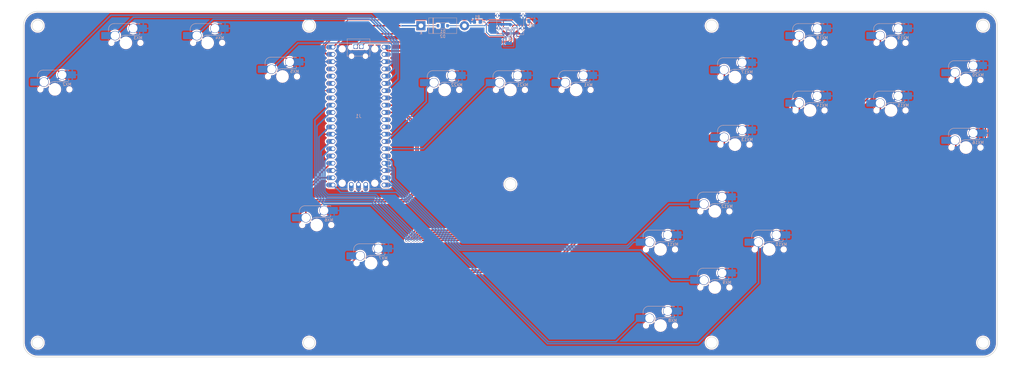
<source format=kicad_pcb>
(kicad_pcb (version 20221018) (generator pcbnew)
  (layers (0 "F.Cu" signal) (31 "B.Cu" signal) (34 "B.Paste" user) (35 "F.Paste" user) (36 "B.SilkS" user "B.Silkscreen") (37 "F.SilkS" user "F.Silkscreen") (38 "B.Mask" user) (39 "F.Mask" user) (44 "Edge.Cuts" user))
  (net 0 "")
  (net 1 "DATA")
  (net 6 "GND")
  (net 7 "START")
  (net 9 "RIGHT")
  (net 10 "DOWN")
  (net 11 "LEFT")
  (net 12 "L")
  (net 13 "MX")
  (net 14 "MY")
  (net 17 "CUP")
  (net 18 "CLEFT")
  (net 19 "A")
  (net 20 "CDOWN")
  (net 21 "CRIGHT")
  (net 22 "UP")
  (net 23 "MS")
  (net 24 "Z")
  (net 25 "LS")
  (net 26 "X")
  (net 27 "Y")
  (net 28 "B")
  (net 29 "R")
  (net 33 "D+")
  (net 34 "D-")
  (net 35 "+5V")
  (net 36 "+3V3")
  (net 38 "Net-(J2-CC1)")
  (net 42 "Net-(J2-CC2)")
  (net 45 "SELECT")
  (net 46 "HOME")
  (net 47 "3vCable")
  (footprint "PCM_marbastlib-mx:SW_MX_HS_1u" (layer "B.Cu") (at 205.459937 61.224229 180)
    (fp_text reference "MX21")
    (fp_text value "MX_SW_HS" hide)
  )
  (footprint "PCM_marbastlib-mx:SW_MX_HS_1u" (layer "B.Cu") (at 364.916338 81.39 180)
    (fp_text reference "MX16")
    (fp_text value "MX_SW_HS" hide)
  )
  (footprint "PCM_marbastlib-mx:SW_MX_HS_1u" (layer "B.Cu") (at 125.675055 56.519472 180)
    (fp_text reference "MX5")
    (fp_text value "MX_SW_HS" hide)
  )
  (footprint "PCM_marbastlib-mx:SW_MX_HS_1u" (layer "B.Cu") (at 258.002508 117.056459 180)
    (fp_text reference "MX11")
    (fp_text value "MX_SW_HS" hide)
  )
  (footprint "PCM_marbastlib-mx:SW_MX_HS_1u" (layer "B.Cu") (at 182.459937 61.224229 180)
    (fp_text reference "MX22")
    (fp_text value "MX_SW_HS" hide)
  )
  (footprint "PCM_marbastlib-mx:SW_MX_HS_1u" (layer "B.Cu") (at 364.916338 57.75 180)
    (fp_text reference "MX20")
    (fp_text value "MX_SW_HS" hide)
  )
  (footprint "PCM_marbastlib-mx:SW_MX_HS_1u" (layer "B.Cu") (at 258.002508 143.698459 180)
    (fp_text reference "MX8")
    (fp_text value "MX_SW_HS" hide)
  )
  (footprint "PCM_marbastlib-mx:SW_MX_HS_1u" (layer "B.Cu") (at 310.343507 44.75 180)
    (fp_text reference "MX18")
    (fp_text value "MX_SW_HS" hide)
  )
  (footprint "PCM_marbastlib-mx:SW_MX_HS_1u" (layer "B.Cu") (at 284.063308 56.737459 180)
    (fp_text reference "MX17")
    (fp_text value "MX_SW_HS" hide)
  )
  (footprint "LED_SMD:LED_0805_2012Metric_Pad1.15x1.40mm_HandSolder" (layer "B.Cu") (at 212.9725 37.07)
    (fp_text reference "R2")
    (fp_text value "5.1k")
  )
  (footprint "PCM_marbastlib-mx:SW_MX_HS_1u" (layer "B.Cu") (at 99.493268 44.75 180)
    (fp_text reference "MX4")
    (fp_text value "MX_SW_HS" hide)
  )
  (footprint "PCM_marbastlib-mx:SW_MX_HS_1u" (layer "B.Cu") (at 228.459937 61.224229 180)
    (fp_text reference "MX1")
    (fp_text value "MX_SW_HS" hide)
  )
  (footprint "LED_SMD:LED_0805_2012Metric_Pad1.15x1.40mm_HandSolder" (layer "B.Cu") (at 193.89 37.34 180)
    (fp_text reference "R1")
    (fp_text value "5.1k")
  )
  (footprint "PCM_marbastlib-mx:SW_MX_HS_1u" (layer "B.Cu") (at 46.003536 61.029483 180)
    (fp_text reference "MX2")
    (fp_text value "MX_SW_HS" hide)
  )
  (footprint "PCM_marbastlib-mx:SW_MX_HS_1u" (layer "B.Cu") (at 70.87 44.75 180)
    (fp_text reference "MX3")
    (fp_text value "MX_SW_HS" hide)
  )
  (footprint "Diode_THT:D_DO-201AD_P15.24mm_Horizontal" (layer "B.Cu") (at 174.145 38.75)
    (fp_text reference "D2")
    (fp_text value "Schottky Diode")
  )
  (footprint "Rectangles:RPI_PICO_TH" (layer "B.Cu") (at 152.29 70.38 180)
    (fp_text reference "J1")
    (fp_text value "RPI_PICO-TH")
  )
  (footprint "PCM_marbastlib-mx:SW_MX_HS_1u" (layer "B.Cu") (at 310.343507 68.39 180)
    (fp_text reference "MX14")
    (fp_text value "MX_SW_HS" hide)
  )
  (footprint "PCM_marbastlib-mx:SW_MX_HS_1u" (layer "B.Cu") (at 156.700055 121.840472 180)
    (fp_text reference "MX7")
    (fp_text value "MX_SW_HS" hide)
  )
  (footprint "PCM_marbastlib-mx:SW_MX_HS_1u" (layer "B.Cu") (at 296.052508 117.056459 180)
    (fp_text reference "MX10")
    (fp_text value "MX_SW_HS" hide)
  )
  (footprint "Diode_SMD:D_SOD-123" (layer "B.Cu") (at 181.7875 38.75)
    (fp_text reference "D1")
    (fp_text value "Schottky Diode")
  )
  (footprint "PCM_marbastlib-mx:SW_MX_HS_1u" (layer "B.Cu") (at 277.027508 103.735459 180)
    (fp_text reference "MX12")
    (fp_text value "MX_SW_HS" hide)
  )
  (footprint "PCM_marbastlib-mx:SW_MX_HS_1u" (layer "B.Cu") (at 284.063308 80.377459 180)
    (fp_text reference "MX13")
    (fp_text value "MX_SW_HS" hide)
  )
  (footprint "PCM_marbastlib-mx:SW_MX_HS_1u" (layer "B.Cu") (at 137.675055 108.519472 180)
    (fp_text reference "MX6")
    (fp_text value "MX_SW_HS" hide)
  )
  (footprint "PCM_marbastlib-mx:SW_MX_HS_1u" (layer "B.Cu") (at 338.692224 44.75 180)
    (fp_text reference "MX19")
    (fp_text value "MX_SW_HS" hide)
  )
  (footprint "PCM_marbastlib-mx:SW_MX_HS_1u" (layer "B.Cu") (at 338.692224 68.39 180)
    (fp_text reference "MX15")
    (fp_text value "MX_SW_HS" hide)
  )
  (footprint "Rectangles:TYPE-C_24P_QCHT" (layer "B.Cu") (at 205.4 33.4)
    (fp_text reference "J2")
    (fp_text value "USB_C_Receptacle")
  )
  (footprint "PCM_marbastlib-mx:SW_MX_HS_1u" (layer "B.Cu") (at 277.027508 130.377459 180)
    (fp_text reference "MX9")
    (fp_text value "MX_SW_HS" hide)
  )
  (gr_poly (pts (xy 372.916338 149.698459) (xy 372.895981 149.413829) (xy 372.835324 149.134994) (xy 372.735602 148.867629) (xy 372.598845 148.617177) (xy 372.427837 148.388738) (xy 372.226059 148.18696) (xy 371.99762 148.015952) (xy 371.747168 147.879195) (xy 371.479803 147.779473) (xy 371.200968 147.718816) (xy 370.916338 147.698459) (xy 370.631708 147.718816) (xy 370.352873 147.779473) (xy 370.085508 147.879195) (xy 369.835056 148.015952) (xy 369.606617 148.18696) (xy 369.404839 148.388738) (xy 369.233831 148.617177) (xy 369.097074 148.867629) (xy 368.997352 149.134994) (xy 368.936695 149.413829) (xy 368.916338 149.698459) (xy 368.936695 149.983089) (xy 368.997352 150.261924) (xy 369.097074 150.529289) (xy 369.233831 150.779741) (xy 369.404839 151.00818) (xy 369.606617 151.209958) (xy 369.835056 151.380966) (xy 370.085508 151.517723) (xy 370.352873 151.617445) (xy 370.631708 151.678102) (xy 370.916338 151.698459) (xy 371.200968 151.678102) (xy 371.479803 151.617445) (xy 371.747168 151.517723) (xy 371.99762 151.380966) (xy 372.226059 151.209958) (xy 372.427837 151.00818) (xy 372.598845 150.779741) (xy 372.735602 150.529289) (xy 372.835324 150.261924) (xy 372.895981 149.983089) (xy 372.916338 149.698459)) (stroke (width 0.2)) (fill none) (layer "Edge.Cuts"))
  (gr_poly (pts (xy 207.459937 94.224229) (xy 207.43958 93.939599) (xy 207.378923 93.660764) (xy 207.279201 93.393399) (xy 207.142444 93.142947) (xy 206.971436 92.914508) (xy 206.769658 92.71273) (xy 206.541219 92.541722) (xy 206.290767 92.404965) (xy 206.023402 92.305243) (xy 205.744567 92.244586) (xy 205.459937 92.224229) (xy 205.175307 92.244586) (xy 204.896472 92.305243) (xy 204.629107 92.404965) (xy 204.378655 92.541722) (xy 204.150216 92.71273) (xy 203.948438 92.914508) (xy 203.77743 93.142947) (xy 203.640673 93.393399) (xy 203.540951 93.660764) (xy 203.480294 93.939599) (xy 203.459937 94.224229) (xy 203.480294 94.508859) (xy 203.540951 94.787694) (xy 203.640673 95.055059) (xy 203.77743 95.305511) (xy 203.948438 95.53395) (xy 204.150216 95.735728) (xy 204.378655 95.906736) (xy 204.629107 96.043493) (xy 204.896472 96.143215) (xy 205.175307 96.203872) (xy 205.459937 96.224229) (xy 205.744567 96.203872) (xy 206.023402 96.143215) (xy 206.290767 96.043493) (xy 206.541219 95.906736) (xy 206.769658 95.735728) (xy 206.971436 95.53395) (xy 207.142444 95.305511) (xy 207.279201 95.055059) (xy 207.378923 94.787694) (xy 207.43958 94.508859) (xy 207.459937 94.224229)) (stroke (width 0.2)) (fill none) (layer "Edge.Cuts"))
  (gr_poly (pts (xy 372.916338 38.75) (xy 372.895981 38.46537) (xy 372.835324 38.186535) (xy 372.735602 37.91917) (xy 372.598845 37.668718) (xy 372.427837 37.440279) (xy 372.226059 37.238501) (xy 371.99762 37.067493) (xy 371.747168 36.930736) (xy 371.479803 36.831014) (xy 371.200968 36.770357) (xy 370.916338 36.75) (xy 370.631708 36.770357) (xy 370.352873 36.831014) (xy 370.085508 36.930736) (xy 369.835056 37.067493) (xy 369.606617 37.238501) (xy 369.404839 37.440279) (xy 369.233831 37.668718) (xy 369.097074 37.91917) (xy 368.997352 38.186535) (xy 368.936695 38.46537) (xy 368.916338 38.75) (xy 368.936695 39.03463) (xy 368.997352 39.313465) (xy 369.097074 39.58083) (xy 369.233831 39.831282) (xy 369.404839 40.059721) (xy 369.606617 40.261499) (xy 369.835056 40.432507) (xy 370.085508 40.569264) (xy 370.352873 40.668986) (xy 370.631708 40.729643) (xy 370.916338 40.75) (xy 371.200968 40.729643) (xy 371.479803 40.668986) (xy 371.747168 40.569264) (xy 371.99762 40.432507) (xy 372.226059 40.261499) (xy 372.427837 40.059721) (xy 372.598845 39.831282) (xy 372.735602 39.58083) (xy 372.835324 39.313465) (xy 372.895981 39.03463) (xy 372.916338 38.75)) (stroke (width 0.2)) (fill none) (layer "Edge.Cuts"))
  (gr_poly (pts (xy 137.003536 149.698459) (xy 136.983179 149.413829) (xy 136.922522 149.134994) (xy 136.8228 148.867629) (xy 136.686043 148.617177) (xy 136.515035 148.388738) (xy 136.313257 148.18696) (xy 136.084818 148.015952) (xy 135.834366 147.879195) (xy 135.567001 147.779473) (xy 135.288166 147.718816) (xy 135.003536 147.698459) (xy 134.718906 147.718816) (xy 134.440071 147.779473) (xy 134.172706 147.879195) (xy 133.922254 148.015952) (xy 133.693815 148.18696) (xy 133.492037 148.388738) (xy 133.321029 148.617177) (xy 133.184272 148.867629) (xy 133.08455 149.134994) (xy 133.023893 149.413829) (xy 133.003536 149.698459) (xy 133.023893 149.983089) (xy 133.08455 150.261924) (xy 133.184272 150.529289) (xy 133.321029 150.779741) (xy 133.492037 151.00818) (xy 133.693815 151.209958) (xy 133.922254 151.380966) (xy 134.172706 151.517723) (xy 134.440071 151.617445) (xy 134.718906 151.678102) (xy 135.003536 151.698459) (xy 135.288166 151.678102) (xy 135.567001 151.617445) (xy 135.834366 151.517723) (xy 136.084818 151.380966) (xy 136.313257 151.209958) (xy 136.515035 151.00818) (xy 136.686043 150.779741) (xy 136.8228 150.529289) (xy 136.922522 150.261924) (xy 136.983179 149.983089) (xy 137.003536 149.698459)) (stroke (width 0.2)) (fill none) (layer "Edge.Cuts"))
  (gr_poly (pts (xy 277.916338 38.75) (xy 277.895981 38.46537) (xy 277.835324 38.186535) (xy 277.735602 37.91917) (xy 277.598845 37.668718) (xy 277.427837 37.440279) (xy 277.226059 37.238501) (xy 276.99762 37.067493) (xy 276.747168 36.930736) (xy 276.479803 36.831014) (xy 276.200968 36.770357) (xy 275.916338 36.75) (xy 275.631708 36.770357) (xy 275.352873 36.831014) (xy 275.085508 36.930736) (xy 274.835056 37.067493) (xy 274.606617 37.238501) (xy 274.404839 37.440279) (xy 274.233831 37.668718) (xy 274.097074 37.91917) (xy 273.997352 38.186535) (xy 273.936695 38.46537) (xy 273.916338 38.75) (xy 273.936695 39.03463) (xy 273.997352 39.313465) (xy 274.097074 39.58083) (xy 274.233831 39.831282) (xy 274.404839 40.059721) (xy 274.606617 40.261499) (xy 274.835056 40.432507) (xy 275.085508 40.569264) (xy 275.352873 40.668986) (xy 275.631708 40.729643) (xy 275.916338 40.75) (xy 276.200968 40.729643) (xy 276.479803 40.668986) (xy 276.747168 40.569264) (xy 276.99762 40.432507) (xy 277.226059 40.261499) (xy 277.427837 40.059721) (xy 277.598845 39.831282) (xy 277.735602 39.58083) (xy 277.835324 39.313465) (xy 277.895981 39.03463) (xy 277.916338 38.75)) (stroke (width 0.2)) (fill none) (layer "Edge.Cuts"))
  (gr_poly (pts (xy 277.916338 149.698459) (xy 277.895981 149.413829) (xy 277.835324 149.134994) (xy 277.735602 148.867629) (xy 277.598845 148.617177) (xy 277.427837 148.388738) (xy 277.226059 148.18696) (xy 276.99762 148.015952) (xy 276.747168 147.879195) (xy 276.479803 147.779473) (xy 276.200968 147.718816) (xy 275.916338 147.698459) (xy 275.631708 147.718816) (xy 275.352873 147.779473) (xy 275.085508 147.879195) (xy 274.835056 148.015952) (xy 274.606617 148.18696) (xy 274.404839 148.388738) (xy 274.233831 148.617177) (xy 274.097074 148.867629) (xy 273.997352 149.134994) (xy 273.936695 149.413829) (xy 273.916338 149.698459) (xy 273.936695 149.983089) (xy 273.997352 150.261924) (xy 274.097074 150.529289) (xy 274.233831 150.779741) (xy 274.404839 151.00818) (xy 274.606617 151.209958) (xy 274.835056 151.380966) (xy 275.085508 151.517723) (xy 275.352873 151.617445) (xy 275.631708 151.678102) (xy 275.916338 151.698459) (xy 276.200968 151.678102) (xy 276.479803 151.617445) (xy 276.747168 151.517723) (xy 276.99762 151.380966) (xy 277.226059 151.209958) (xy 277.427837 151.00818) (xy 277.598845 150.779741) (xy 277.735602 150.529289) (xy 277.835324 150.261924) (xy 277.895981 149.983089) (xy 277.916338 149.698459)) (stroke (width 0.2)) (fill none) (layer "Edge.Cuts"))
  (gr_poly (pts (arc (start 40.003536 33.75) (mid 36.468004 35.214469) (end 35.003536 38.75)) (arc (start 35.003536 149.698459) (mid 36.468003 153.233993) (end 40.003536 154.698459)) (arc (start 370.916338 154.698459) (mid 374.451872 153.234001) (end 375.916338 149.698459)) (arc (start 375.916338 38.75) (mid 374.451834 35.214481) (end 370.916338 33.75))) (stroke (width 0.2)) (fill none) (layer "Edge.Cuts"))
  (gr_poly (pts (xy 42.003536 38.75) (xy 41.983179 38.46537) (xy 41.922522 38.186535) (xy 41.8228 37.91917) (xy 41.686043 37.668718) (xy 41.515035 37.440279) (xy 41.313257 37.238501) (xy 41.084818 37.067493) (xy 40.834366 36.930736) (xy 40.567001 36.831014) (xy 40.288166 36.770357) (xy 40.003536 36.75) (xy 39.718906 36.770357) (xy 39.440071 36.831014) (xy 39.172706 36.930736) (xy 38.922254 37.067493) (xy 38.693815 37.238501) (xy 38.492037 37.440279) (xy 38.321029 37.668718) (xy 38.184272 37.91917) (xy 38.08455 38.186535) (xy 38.023893 38.46537) (xy 38.003536 38.75) (xy 38.023893 39.03463) (xy 38.08455 39.313465) (xy 38.184272 39.58083) (xy 38.321029 39.831282) (xy 38.492037 40.059721) (xy 38.693815 40.261499) (xy 38.922254 40.432507) (xy 39.172706 40.569264) (xy 39.440071 40.668986) (xy 39.718906 40.729643) (xy 40.003536 40.75) (xy 40.288166 40.729643) (xy 40.567001 40.668986) (xy 40.834366 40.569264) (xy 41.084818 40.432507) (xy 41.313257 40.261499) (xy 41.515035 40.059721) (xy 41.686043 39.831282) (xy 41.8228 39.58083) (xy 41.922522 39.313465) (xy 41.983179 39.03463) (xy 42.003536 38.75)) (stroke (width 0.2)) (fill none) (layer "Edge.Cuts"))
  (gr_poly (pts (xy 42.003536 149.698459) (xy 41.983179 149.413829) (xy 41.922522 149.134994) (xy 41.8228 148.867629) (xy 41.686043 148.617177) (xy 41.515035 148.388738) (xy 41.313257 148.18696) (xy 41.084818 148.015952) (xy 40.834366 147.879195) (xy 40.567001 147.779473) (xy 40.288166 147.718816) (xy 40.003536 147.698459) (xy 39.718906 147.718816) (xy 39.440071 147.779473) (xy 39.172706 147.879195) (xy 38.922254 148.015952) (xy 38.693815 148.18696) (xy 38.492037 148.388738) (xy 38.321029 148.617177) (xy 38.184272 148.867629) (xy 38.08455 149.134994) (xy 38.023893 149.413829) (xy 38.003536 149.698459) (xy 38.023893 149.983089) (xy 38.08455 150.261924) (xy 38.184272 150.529289) (xy 38.321029 150.779741) (xy 38.492037 151.00818) (xy 38.693815 151.209958) (xy 38.922254 151.380966) (xy 39.172706 151.517723) (xy 39.440071 151.617445) (xy 39.718906 151.678102) (xy 40.003536 151.698459) (xy 40.288166 151.678102) (xy 40.567001 151.617445) (xy 40.834366 151.517723) (xy 41.084818 151.380966) (xy 41.313257 151.209958) (xy 41.515035 151.00818) (xy 41.686043 150.779741) (xy 41.8228 150.529289) (xy 41.922522 150.261924) (xy 41.983179 149.983089) (xy 42.003536 149.698459)) (stroke (width 0.2)) (fill none) (layer "Edge.Cuts"))
  (gr_poly (pts (xy 137.003536 38.75) (xy 136.983179 38.46537) (xy 136.922522 38.186535) (xy 136.8228 37.91917) (xy 136.686043 37.668718) (xy 136.515035 37.440279) (xy 136.313257 37.238501) (xy 136.084818 37.067493) (xy 135.834366 36.930736) (xy 135.567001 36.831014) (xy 135.288166 36.770357) (xy 135.003536 36.75) (xy 134.718906 36.770357) (xy 134.440071 36.831014) (xy 134.172706 36.930736) (xy 133.922254 37.067493) (xy 133.693815 37.238501) (xy 133.492037 37.440279) (xy 133.321029 37.668718) (xy 133.184272 37.91917) (xy 133.08455 38.186535) (xy 133.023893 38.46537) (xy 133.003536 38.75) (xy 133.023893 39.03463) (xy 133.08455 39.313465) (xy 133.184272 39.58083) (xy 133.321029 39.831282) (xy 133.492037 40.059721) (xy 133.693815 40.261499) (xy 133.922254 40.432507) (xy 134.172706 40.569264) (xy 134.440071 40.668986) (xy 134.718906 40.729643) (xy 135.003536 40.75) (xy 135.288166 40.729643) (xy 135.567001 40.668986) (xy 135.834366 40.569264) (xy 136.084818 40.432507) (xy 136.313257 40.261499) (xy 136.515035 40.059721) (xy 136.686043 39.831282) (xy 136.8228 39.58083) (xy 136.922522 39.313465) (xy 136.983179 39.03463) (xy 137.003536 38.75)) (stroke (width 0.2)) (fill none) (layer "Edge.Cuts"))
  (segment (start 203 37.14) (end 203.43 36.71) (width 0.3) (layer "F.Cu") (net 1))
  (segment (start 211.73 36.68) (end 213.24 38.19) (width 0.3) (layer "F.Cu") (net 1))
  (segment (start 211.7 36.71) (end 211.73 36.68) (width 0.3) (layer "F.Cu") (net 1))
  (segment (start 203 39.51) (end 203 37.14) (width 0.3) (layer "F.Cu") (net 1))
  (segment (start 148.661472 36.71) (end 139.39 45.981472) (width 0.3) (layer "F.Cu") (net 1))
  (segment (start 139.39 60.38) (end 140.5 61.49) (width 0.3) (layer "F.Cu") (net 1))
  (segment (start 213.24 38.19) (end 213.24 40.26) (width 0.3) (layer "F.Cu") (net 1))
  (segment (start 203.97 36.71) (end 148.661472 36.71) (width 0.3) (layer "F.Cu") (net 1))
  (segment (start 140.5 61.49) (end 143.4 61.49) (width 0.3) (layer "F.Cu") (net 1))
  (segment (start 203.97 36.71) (end 211.7 36.71) (width 0.3) (layer "F.Cu") (net 1))
  (segment (start 211.02 42.48) (end 207.65 42.48) (width 0.3) (layer "F.Cu") (net 1))
  (segment (start 139.39 45.981472) (end 139.39 60.38) (width 0.3) (layer "F.Cu") (net 1))
  (segment (start 213.24 40.26) (end 211.02 42.48) (width 0.3) (layer "F.Cu") (net 1))
  (segment (start 203.43 36.71) (end 203.97 36.71) (width 0.3) (layer "F.Cu") (net 1))
  (via (at 207.65 42.48) (size 0.6) (drill 0.3) (layers "F.Cu" "B.Cu") (net 1))
  (segment (start 207.65 41.42) (end 207.65 42.48) (width 0.3) (layer "B.Cu") (net 1))
  (segment (start 208.2 40.21) (end 208.8 39.61) (width 0.3) (layer "F.Cu") (net 6))
  (segment (start 202.6 40.21) (end 202 39.61) (width 0.3) (layer "F.Cu") (net 6))
  (segment (start 208.8 39.61) (end 209.605 39.61) (width 0.3) (layer "F.Cu") (net 6))
  (segment (start 202 39.61) (end 201.345 39.61) (width 0.3) (layer "F.Cu") (net 6))
  (via (at 202.4105 43.5605) (size 0.6) (drill 0.3) (layers "F.Cu" "B.Cu") (net 6))
  (via (at 203.7095 45.3595) (size 0.6) (drill 0.3) (layers "F.Cu" "B.Cu") (net 6))
  (via (at 202.4105 45.3595) (size 0.6) (drill 0.3) (layers "F.Cu" "B.Cu") (net 6))
  (segment (start 208.15 40.26) (end 208.2 40.21) (width 0.3) (layer "B.Cu") (net 6))
  (segment (start 202.65 41.42) (end 202.65 40.26) (width 0.3) (layer "B.Cu") (net 6))
  (segment (start 208.15 41.42) (end 208.15 40.26) (width 0.3) (layer "B.Cu") (net 6))
  (segment (start 202.65 40.26) (end 202.6 40.21) (width 0.3) (layer "B.Cu") (net 6))
  (segment (start 161.18 46.25) (end 162.47 47.54) (width 0.5) (layer "F.Cu") (net 7))
  (segment (start 213.545708 47.58) (end 224.649937 58.684229) (width 0.5) (layer "F.Cu") (net 7))
  (segment (start 163.337767 47.58) (end 213.545708 47.58) (width 0.5) (layer "F.Cu") (net 7))
  (segment (start 163.297767 47.54) (end 163.337767 47.58) (width 0.5) (layer "F.Cu") (net 7))
  (segment (start 162.47 47.54) (end 163.297767 47.54) (width 0.5) (layer "F.Cu") (net 7))
  (segment (start 162.007767 53.87) (end 164.03 51.847767) (width 0.5) (layer "B.Cu") (net 9))
  (segment (start 131.034527 44.81) (end 121.865055 53.979472) (width 0.5) (layer "B.Cu") (net 9))
  (segment (start 161.18 53.87) (end 162.007767 53.87) (width 0.5) (layer "B.Cu") (net 9))
  (segment (start 163.41 44.81) (end 131.034527 44.81) (width 0.5) (layer "B.Cu") (net 9))
  (segment (start 164.03 51.847767) (end 164.03 45.43) (width 0.5) (layer "B.Cu") (net 9))
  (segment (start 164.03 45.43) (end 163.41 44.81) (width 0.5) (layer "B.Cu") (net 9))
  (segment (start 162.007767 56.41) (end 164.73 53.687767) (width 0.5) (layer "B.Cu") (net 10))
  (segment (start 164.73 44.98) (end 156.2 36.45) (width 0.5) (layer "B.Cu") (net 10))
  (segment (start 161.18 56.41) (end 162.007767 56.41) (width 0.5) (layer "B.Cu") (net 10))
  (segment (start 101.443268 36.45) (end 95.683268 42.21) (width 0.5) (layer "B.Cu") (net 10))
  (segment (start 164.73 53.687767) (end 164.73 44.98) (width 0.5) (layer "B.Cu") (net 10))
  (segment (start 156.2 36.45) (end 101.443268 36.45) (width 0.5) (layer "B.Cu") (net 10))
  (segment (start 156.489949 35.75) (end 73.52 35.75) (width 0.5) (layer "B.Cu") (net 11))
  (segment (start 161.18 58.95) (end 162.007767 58.95) (width 0.5) (layer "B.Cu") (net 11))
  (segment (start 73.52 35.75) (end 67.06 42.21) (width 0.5) (layer "B.Cu") (net 11))
  (segment (start 165.43 55.527767) (end 165.43 44.69005) (width 0.5) (layer "B.Cu") (net 11))
  (segment (start 165.43 44.69005) (end 156.489949 35.75) (width 0.5) (layer "B.Cu") (net 11))
  (segment (start 162.007767 58.95) (end 165.43 55.527767) (width 0.5) (layer "B.Cu") (net 11))
  (segment (start 161.18 61.49) (end 162.007767 61.49) (width 0.5) (layer "B.Cu") (net 12))
  (segment (start 156.779898 35.05) (end 65.633019 35.05) (width 0.5) (layer "B.Cu") (net 12))
  (segment (start 65.633019 35.05) (end 42.193536 58.489483) (width 0.5) (layer "B.Cu") (net 12))
  (segment (start 166.13 57.367767) (end 166.13 44.4001) (width 0.5) (layer "B.Cu") (net 12))
  (segment (start 166.13 44.4001) (end 156.779898 35.05) (width 0.5) (layer "B.Cu") (net 12))
  (segment (start 162.007767 61.49) (end 166.13 57.367767) (width 0.5) (layer "B.Cu") (net 12))
  (segment (start 136.64 100.37) (end 133.865055 103.144945) (width 0.5) (layer "F.Cu") (net 13))
  (segment (start 133.865055 103.144945) (end 133.865055 105.979472) (width 0.5) (layer "F.Cu") (net 13))
  (segment (start 173.12 96.37995) (end 169.12995 100.37) (width 0.5) (layer "F.Cu") (net 13))
  (segment (start 165.96995 66.57) (end 173.12 73.720051) (width 0.5) (layer "F.Cu") (net 13))
  (segment (start 169.12995 100.37) (end 136.64 100.37) (width 0.5) (layer "F.Cu") (net 13))
  (segment (start 173.12 73.720051) (end 173.12 96.37995) (width 0.5) (layer "F.Cu") (net 13))
  (segment (start 161.18 66.57) (end 165.96995 66.57) (width 0.5) (layer "F.Cu") (net 13))
  (segment (start 139.804322 123.634372) (end 147.881611 123.634372) (width 0.5) (layer "F.Cu") (net 14))
  (segment (start 147.881611 123.634372) (end 152.215511 119.300472) (width 0.5) (layer "F.Cu") (net 14))
  (segment (start 167.52 69.11) (end 172.42 74.01) (width 0.5) (layer "F.Cu") (net 14))
  (segment (start 152.215511 119.300472) (end 152.890055 119.300472) (width 0.5) (layer "F.Cu") (net 14))
  (segment (start 126.31 105.55) (end 126.31 110.14005) (width 0.5) (layer "F.Cu") (net 14))
  (segment (start 132.19 99.67) (end 126.31 105.55) (width 0.5) (layer "F.Cu") (net 14))
  (segment (start 161.18 69.11) (end 167.52 69.11) (width 0.5) (layer "F.Cu") (net 14))
  (segment (start 168.84 99.67) (end 132.19 99.67) (width 0.5) (layer "F.Cu") (net 14))
  (segment (start 126.31 110.14005) (end 139.804322 123.634372) (width 0.5) (layer "F.Cu") (net 14))
  (segment (start 172.42 74.01) (end 172.42 96.09) (width 0.5) (layer "F.Cu") (net 14))
  (segment (start 172.42 96.09) (end 168.84 99.67) (width 0.5) (layer "F.Cu") (net 14))
  (segment (start 162.47 85.64) (end 163.297767 85.64) (width 0.5) (layer "B.Cu") (net 17))
  (segment (start 164.73 88.622284) (end 164.73 92.3701) (width 0.5) (layer "B.Cu") (net 17))
  (segment (start 164.03 87.922283) (end 164.73 88.622284) (width 0.5) (layer "B.Cu") (net 17))
  (segment (start 161.18 84.35) (end 162.47 85.64) (width 0.5) (layer "B.Cu") (net 17))
  (segment (start 164.03 86.372233) (end 164.03 87.922283) (width 0.5) (layer "B.Cu") (net 17))
  (segment (start 246.304018 115.84) (end 260.948559 101.195459) (width 0.5) (layer "B.Cu") (net 17))
  (segment (start 164.73 92.3701) (end 188.1999 115.84) (width 0.5) (layer "B.Cu") (net 17))
  (segment (start 188.1999 115.84) (end 246.304018 115.84) (width 0.5) (layer "B.Cu") (net 17))
  (segment (start 260.948559 101.195459) (end 273.217508 101.195459) (width 0.5) (layer "B.Cu") (net 17))
  (segment (start 163.297767 85.64) (end 164.03 86.372233) (width 0.5) (layer "B.Cu") (net 17))
  (segment (start 164.03 92.66005) (end 187.909951 116.54) (width 0.5) (layer "B.Cu") (net 18))
  (segment (start 187.909951 116.54) (end 246.593968 116.54) (width 0.5) (layer "B.Cu") (net 18))
  (segment (start 162.47 88.18) (end 163.297767 88.18) (width 0.5) (layer "B.Cu") (net 18))
  (segment (start 246.593968 116.54) (end 248.617509 114.516459) (width 0.5) (layer "B.Cu") (net 18))
  (segment (start 163.297767 88.18) (end 164.03 88.912233) (width 0.5) (layer "B.Cu") (net 18))
  (segment (start 164.03 88.912233) (end 164.03 92.66005) (width 0.5) (layer "B.Cu") (net 18))
  (segment (start 248.617509 114.516459) (end 254.192508 114.516459) (width 0.5) (layer "B.Cu") (net 18))
  (segment (start 161.18 86.89) (end 162.47 88.18) (width 0.5) (layer "B.Cu") (net 18))
  (segment (start 161.18 91.97) (end 162.007767 91.97) (width 0.5) (layer "B.Cu") (net 19))
  (segment (start 164.372233 93.992233) (end 187.640001 117.26) (width 0.5) (layer "B.Cu") (net 19))
  (segment (start 261.758964 127.837459) (end 271.392508 127.837459) (width 0.5) (layer "B.Cu") (net 19))
  (segment (start 251.181505 117.26) (end 261.758964 127.837459) (width 0.5) (layer "B.Cu") (net 19))
  (segment (start 162.007767 91.97) (end 164.03 93.992233) (width 0.5) (layer "B.Cu") (net 19))
  (segment (start 164.03 93.992233) (end 164.372233 93.992233) (width 0.5) (layer "B.Cu") (net 19))
  (segment (start 187.640001 117.26) (end 251.181505 117.26) (width 0.5) (layer "B.Cu") (net 19))
  (segment (start 242.440967 149.36) (end 250.642508 141.158459) (width 0.5) (layer "B.Cu") (net 20))
  (segment (start 164.082283 94.692233) (end 218.75005 149.36) (width 0.5) (layer "B.Cu") (net 20))
  (segment (start 163.74005 94.692233) (end 164.082283 94.692233) (width 0.5) (layer "B.Cu") (net 20))
  (segment (start 163.557817 94.51) (end 163.74005 94.692233) (width 0.5) (layer "B.Cu") (net 20))
  (segment (start 218.75005 149.36) (end 242.440967 149.36) (width 0.5) (layer "B.Cu") (net 20))
  (segment (start 161.18 94.51) (end 163.557817 94.51) (width 0.5) (layer "B.Cu") (net 20))
  (segment (start 143.4 94.51) (end 146.02 97.13) (width 0.5) (layer "B.Cu") (net 21))
  (segment (start 146.02 97.13) (end 165.5301 97.13) (width 0.5) (layer "B.Cu") (net 21))
  (segment (start 218.4601 150.06) (end 271.14 150.06) (width 0.5) (layer "B.Cu") (net 21))
  (segment (start 165.5301 97.13) (end 218.4601 150.06) (width 0.5) (layer "B.Cu") (net 21))
  (segment (start 292.347508 114.621459) (end 292.242508 114.516459) (width 0.5) (layer "B.Cu") (net 21))
  (segment (start 271.14 150.06) (end 292.347508 128.852492) (width 0.5) (layer "B.Cu") (net 21))
  (segment (start 292.347508 128.852492) (end 292.347508 114.621459) (width 0.5) (layer "B.Cu") (net 21))
  (segment (start 143.4 91.97) (end 138.90005 91.97) (width 0.5) (layer "F.Cu") (net 22))
  (segment (start 125.61 105.260051) (end 125.61 110.43) (width 0.5) (layer "F.Cu") (net 22))
  (segment (start 361.38 84.64) (end 361.38 79.123662) (width 0.5) (layer "F.Cu") (net 22))
  (segment (start 139.514372 124.334372) (end 217.855628 124.334372) (width 0.5) (layer "F.Cu") (net 22))
  (segment (start 125.61 110.43) (end 139.514372 124.334372) (width 0.5) (layer "F.Cu") (net 22))
  (segment (start 354.01 92.01) (end 361.38 84.64) (width 0.5) (layer "F.Cu") (net 22))
  (segment (start 361.38 79.123662) (end 361.106338 78.85) (width 0.5) (layer "F.Cu") (net 22))
  (segment (start 138.90005 91.97) (end 125.61 105.260051) (width 0.5) (layer "F.Cu") (net 22))
  (segment (start 217.855628 124.334372) (end 250.180001 92.01) (width 0.5) (layer "F.Cu") (net 22))
  (segment (start 250.180001 92.01) (end 354.01 92.01) (width 0.5) (layer "F.Cu") (net 22))
  (segment (start 142.572233 86.89) (end 138.6101 90.852133) (width 0.5) (layer "F.Cu") (net 23))
  (segment (start 371.72 81.62) (end 371.72 68.148662) (width 0.5) (layer "F.Cu") (net 23))
  (segment (start 138.6101 91.27) (end 124.91 104.970102) (width 0.5) (layer "F.Cu") (net 23))
  (segment (start 138.6101 90.852133) (end 138.6101 91.27) (width 0.5) (layer "F.Cu") (net 23))
  (segment (start 218.145577 125.034372) (end 250.46995 92.71) (width 0.5) (layer "F.Cu") (net 23))
  (segment (start 139.224423 125.034372) (end 218.145577 125.034372) (width 0.5) (layer "F.Cu") (net 23))
  (segment (start 360.63 92.71) (end 371.72 81.62) (width 0.5) (layer "F.Cu") (net 23))
  (segment (start 361.211338 55.315) (end 361.106338 55.21) (width 0.5) (layer "F.Cu") (net 23))
  (segment (start 124.91 110.719949) (end 139.224423 125.034372) (width 0.5) (layer "F.Cu") (net 23))
  (segment (start 371.72 68.148662) (end 361.211338 57.64) (width 0.5) (layer "F.Cu") (net 23))
  (segment (start 250.46995 92.71) (end 360.63 92.71) (width 0.5) (layer "F.Cu") (net 23))
  (segment (start 361.211338 57.64) (end 361.211338 55.315) (width 0.5) (layer "F.Cu") (net 23))
  (segment (start 143.4 86.89) (end 142.572233 86.89) (width 0.5) (layer "F.Cu") (net 23))
  (segment (start 124.91 104.970102) (end 124.91 110.719949) (width 0.5) (layer "F.Cu") (net 23))
  (segment (start 334.987224 79.752776) (end 323.43 91.31) (width 0.5) (layer "F.Cu") (net 24))
  (segment (start 227.33005 113.87) (end 174.25 113.87) (width 0.5) (layer "F.Cu") (net 24))
  (segment (start 323.43 91.31) (end 249.89005 91.31) (width 0.5) (layer "F.Cu") (net 24))
  (segment (start 334.882224 65.85) (end 334.987224 65.955) (width 0.5) (layer "F.Cu") (net 24))
  (segment (start 334.987224 65.955) (end 334.987224 79.752776) (width 0.5) (layer "F.Cu") (net 24))
  (segment (start 249.89005 91.31) (end 227.33005 113.87) (width 0.5) (layer "F.Cu") (net 24))
  (via (at 174.25 113.87) (size 0.8) (drill 0.4) (layers "F.Cu" "B.Cu") (net 24))
  (segment (start 140.55 96.72) (end 140.55 86.12) (width 0.5) (layer "B.Cu") (net 24))
  (segment (start 141.66 97.83) (end 140.55 96.72) (width 0.5) (layer "B.Cu") (net 24))
  (segment (start 174.25 113.689623) (end 158.390377 97.83) (width 0.5) (layer "B.Cu") (net 24))
  (segment (start 158.390377 97.83) (end 141.66 97.83) (width 0.5) (layer "B.Cu") (net 24))
  (segment (start 142.32 84.35) (end 143.4 84.35) (width 0.5) (layer "B.Cu") (net 24))
  (segment (start 140.55 86.12) (end 142.32 84.35) (width 0.5) (layer "B.Cu") (net 24))
  (segment (start 174.25 113.87) (end 174.25 113.689623) (width 0.5) (layer "B.Cu") (net 24))
  (segment (start 173.25075 113.667168) (end 173.897918 113.02) (width 0.5) (layer "F.Cu") (net 25))
  (segment (start 334.987224 59.732776) (end 334.987224 42.315) (width 0.5) (layer "F.Cu") (net 25))
  (segment (start 249.600101 90.61) (end 304.11 90.61) (width 0.5) (layer "F.Cu") (net 25))
  (segment (start 304.11 90.61) (end 334.987224 59.732776) (width 0.5) (layer "F.Cu") (net 25))
  (segment (start 227.0401 113.17) (end 249.600101 90.61) (width 0.5) (layer "F.Cu") (net 25))
  (segment (start 173.897918 113.02) (end 174.602082 113.02) (width 0.5) (layer "F.Cu") (net 25))
  (segment (start 173.25075 113.892455) (end 173.25075 113.667168) (width 0.5) (layer "F.Cu") (net 25))
  (segment (start 174.752082 113.17) (end 227.0401 113.17) (width 0.5) (layer "F.Cu") (net 25))
  (segment (start 334.987224 42.315) (end 334.882224 42.21) (width 0.5) (layer "F.Cu") (net 25))
  (segment (start 174.602082 113.02) (end 174.752082 113.17) (width 0.5) (layer "F.Cu") (net 25))
  (via (at 173.25075 113.892455) (size 0.8) (drill 0.4) (layers "F.Cu" "B.Cu") (net 25))
  (segment (start 173.25075 113.724935) (end 158.055815 98.53) (width 0.5) (layer "B.Cu") (net 25))
  (segment (start 139.85 84.532233) (end 142.572233 81.81) (width 0.5) (layer "B.Cu") (net 25))
  (segment (start 142.572233 81.81) (end 143.4 81.81) (width 0.5) (layer "B.Cu") (net 25))
  (segment (start 139.85 97.009949) (end 139.85 84.532233) (width 0.5) (layer "B.Cu") (net 25))
  (segment (start 158.055815 98.53) (end 141.37005 98.53) (width 0.5) (layer "B.Cu") (net 25))
  (segment (start 141.37005 98.53) (end 139.85 97.009949) (width 0.5) (layer "B.Cu") (net 25))
  (segment (start 173.25075 113.892455) (end 173.25075 113.724935) (width 0.5) (layer "B.Cu") (net 25))
  (segment (start 226.75015 112.47) (end 175.042032 112.47) (width 0.5) (layer "F.Cu") (net 26))
  (segment (start 173.451885 112.32) (end 172.251885 113.52) (width 0.5) (layer "F.Cu") (net 26))
  (segment (start 306.638507 65.955) (end 306.638507 82.611493) (width 0.5) (layer "F.Cu") (net 26))
  (segment (start 172.251885 113.52) (end 172.251885 113.928152) (width 0.5) (layer "F.Cu") (net 26))
  (segment (start 306.533507 65.85) (end 306.638507 65.955) (width 0.5) (layer "F.Cu") (net 26))
  (segment (start 299.34 89.91) (end 249.310152 89.91) (width 0.5) (layer "F.Cu") (net 26))
  (segment (start 306.638507 82.611493) (end 299.34 89.91) (width 0.5) (layer "F.Cu") (net 26))
  (segment (start 174.892032 112.32) (end 173.451885 112.32) (width 0.5) (layer "F.Cu") (net 26))
  (segment (start 249.310152 89.91) (end 226.75015 112.47) (width 0.5) (layer "F.Cu") (net 26))
  (segment (start 175.042032 112.47) (end 174.892032 112.32) (width 0.5) (layer "F.Cu") (net 26))
  (via (at 172.251885 113.928152) (size 0.8) (drill 0.4) (layers "F.Cu" "B.Cu") (net 26))
  (segment (start 157.754413 99.23) (end 172.251885 113.727472) (width 0.5) (layer "B.Cu") (net 26))
  (segment (start 172.251885 113.727472) (end 172.251885 113.928152) (width 0.5) (layer "B.Cu") (net 26))
  (segment (start 139.15 82.692233) (end 139.15 97.299899) (width 0.5) (layer "B.Cu") (net 26))
  (segment (start 143.4 79.27) (end 142.572233 79.27) (width 0.5) (layer "B.Cu") (net 26))
  (segment (start 142.572233 79.27) (end 139.15 82.692233) (width 0.5) (layer "B.Cu") (net 26))
  (segment (start 141.0801 99.23) (end 157.754413 99.23) (width 0.5) (layer "B.Cu") (net 26))
  (segment (start 139.15 97.299899) (end 141.0801 99.23) (width 0.5) (layer "B.Cu") (net 26))
  (segment (start 249.020203 89.21) (end 293.2 89.21) (width 0.5) (layer "F.Cu") (net 27))
  (segment (start 175.135991 111.574009) (end 173.207926 111.574009) (width 0.5) (layer "F.Cu") (net 27))
  (segment (start 306.638507 62.775151) (end 306.638507 42.315) (width 0.5) (layer "F.Cu") (net 27))
  (segment (start 226.4602 111.77) (end 249.020203 89.21) (width 0.5) (layer "F.Cu") (net 27))
  (segment (start 303.888507 65.525151) (end 306.638507 62.775151) (width 0.5) (layer "F.Cu") (net 27))
  (segment (start 293.2 89.21) (end 303.888507 78.521493) (width 0.5) (layer "F.Cu") (net 27))
  (segment (start 306.638507 42.315) (end 306.533507 42.21) (width 0.5) (layer "F.Cu") (net 27))
  (segment (start 171.252384 113.529551) (end 171.252384 113.930053) (width 0.5) (layer "F.Cu") (net 27))
  (segment (start 175.331982 111.77) (end 226.4602 111.77) (width 0.5) (layer "F.Cu") (net 27))
  (segment (start 303.888507 78.521493) (end 303.888507 65.525151) (width 0.5) (layer "F.Cu") (net 27))
  (segment (start 175.135991 111.574009) (end 175.331982 111.77) (width 0.5) (layer "F.Cu") (net 27))
  (segment (start 173.207926 111.574009) (end 171.252384 113.529551) (width 0.5) (layer "F.Cu") (net 27))
  (via (at 171.252384 113.930053) (size 0.8) (drill 0.4) (layers "F.Cu" "B.Cu") (net 27))
  (segment (start 138.45 77.72) (end 141.98 74.19) (width 0.5) (layer "B.Cu") (net 27))
  (segment (start 140.79015 99.93) (end 138.45 97.589848) (width 0.5) (layer "B.Cu") (net 27))
  (segment (start 138.45 97.589848) (end 138.45 77.72) (width 0.5) (layer "B.Cu") (net 27))
  (segment (start 171.252384 113.930053) (end 157.252331 99.93) (width 0.5) (layer "B.Cu") (net 27))
  (segment (start 157.252331 99.93) (end 140.79015 99.93) (width 0.5) (layer "B.Cu") (net 27))
  (segment (start 141.98 74.19) (end 143.4 74.19) (width 0.5) (layer "B.Cu") (net 27))
  (segment (start 226.17025 111.07) (end 248.730253 88.51) (width 0.5) (layer "F.Cu") (net 28))
  (segment (start 248.730253 88.51) (end 273.43 88.51) (width 0.5) (layer "F.Cu") (net 28))
  (segment (start 175.621932 111.07) (end 226.17025 111.07) (width 0.5) (layer "F.Cu") (net 28))
  (segment (start 174.915966 110.364034) (end 173.427951 110.364034) (width 0.5) (layer "F.Cu") (net 28))
  (segment (start 173.427951 110.364034) (end 170.060937 113.731048) (width 0.5) (layer "F.Cu") (net 28))
  (segment (start 273.43 88.51) (end 280.358308 81.581692) (width 0.5) (layer "F.Cu") (net 28))
  (segment (start 170.060937 113.731048) (end 170.060937 113.939981) (width 0.5) (layer "F.Cu") (net 28))
  (segment (start 280.358308 81.581692) (end 280.358308 77.942459) (width 0.5) (layer "F.Cu") (net 28))
  (segment (start 174.915966 110.364034) (end 175.621932 111.07) (width 0.5) (layer "F.Cu") (net 28))
  (segment (start 280.358308 77.942459) (end 280.253308 77.837459) (width 0.5) (layer "F.Cu") (net 28))
  (via (at 170.060937 113.939981) (size 0.8) (drill 0.4) (layers "F.Cu" "B.Cu") (net 28))
  (segment (start 156.962381 100.63) (end 140.5002 100.63) (width 0.5) (layer "B.Cu") (net 28))
  (segment (start 170.060937 113.728556) (end 156.962381 100.63) (width 0.5) (layer "B.Cu") (net 28))
  (segment (start 140.5002 100.63) (end 137.75 97.879797) (width 0.5) (layer "B.Cu") (net 28))
  (segment (start 137.75 97.879797) (end 137.75 73.83) (width 0.5) (layer "B.Cu") (net 28))
  (segment (start 137.75 73.83) (end 142.47 69.11) (width 0.5) (layer "B.Cu") (net 28))
  (segment (start 170.060937 113.939981) (end 170.060937 113.728556) (width 0.5) (layer "B.Cu") (net 28))
  (segment (start 142.47 69.11) (end 143.4 69.11) (width 0.5) (layer "B.Cu") (net 28))
  (segment (start 225.9103 110.34) (end 175.881882 110.34) (width 0.5) (layer "F.Cu") (net 29))
  (segment (start 175.881882 110.34) (end 175.009497 109.467616) (width 0.5) (layer "F.Cu") (net 29))
  (segment (start 280.358308 54.302459) (end 280.358308 70.561692) (width 0.5) (layer "F.Cu") (net 29))
  (segment (start 280.358308 70.561692) (end 263.11 87.81) (width 0.5) (layer "F.Cu") (net 29))
  (segment (start 169.058489 113.58) (end 169.058489 113.927484) (width 0.5) (layer "F.Cu") (net 29))
  (segment (start 280.253308 54.197459) (end 280.358308 54.302459) (width 0.5) (layer "F.Cu") (net 29))
  (segment (start 263.11 87.81) (end 248.440303 87.81) (width 0.5) (layer "F.Cu") (net 29))
  (segment (start 173.170873 109.467616) (end 169.058489 113.58) (width 0.5) (layer "F.Cu") (net 29))
  (segment (start 248.440303 87.81) (end 225.9103 110.34) (width 0.5) (layer "F.Cu") (net 29))
  (segment (start 175.009497 109.467616) (end 173.170873 109.467616) (width 0.5) (layer "F.Cu") (net 29))
  (via (at 169.058489 113.927484) (size 0.8) (drill 0.4) (layers "F.Cu" "B.Cu") (net 29))
  (segment (start 169.058489 113.716058) (end 156.67243 101.329999) (width 0.5) (layer "B.Cu") (net 29))
  (segment (start 169.058489 113.927484) (end 169.058489 113.716058) (width 0.5) (layer "B.Cu") (net 29))
  (segment (start 137.05 98.169749) (end 137.05 71.78) (width 0.5) (layer "B.Cu") (net 29))
  (segment (start 156.67243 101.329999) (end 140.21025 101.329999) (width 0.5) (layer "B.Cu") (net 29))
  (segment (start 140.21025 101.329999) (end 137.05 98.169749) (width 0.5) (layer "B.Cu") (net 29))
  (segment (start 142.26 66.57) (end 143.4 66.57) (width 0.5) (layer "B.Cu") (net 29))
  (segment (start 137.05 71.78) (end 142.26 66.57) (width 0.5) (layer "B.Cu") (net 29))
  (segment (start 205.95166 43.09166) (end 205.6 42.74) (width 0.3) (layer "F.Cu") (net 33))
  (segment (start 153.29 46.08) (end 154.66 44.71) (width 0.3) (layer "F.Cu") (net 33))
  (segment (start 205.6 42.74) (end 205.15 42.74) (width 0.3) (layer "F.Cu") (net 33))
  (segment (start 205.8 42.09) (end 205.15 42.74) (width 0.14) (layer "F.Cu") (net 33))
  (segment (start 205.15 44.71) (end 205.95166 43.90834) (width 0.3) (layer "F.Cu") (net 33))
  (segment (start 205.8 40.21) (end 205.8 42.09) (width 0.14) (layer "F.Cu") (net 33))
  (segment (start 205.95166 43.90834) (end 205.95166 43.09166) (width 0.3) (layer "F.Cu") (net 33))
  (segment (start 154.66 44.71) (end 205.15 44.71) (width 0.3) (layer "F.Cu") (net 33))
  (via (at 205.15 42.74) (size 0.6) (drill 0.3) (layers "F.Cu" "B.Cu") (net 33))
  (segment (start 205.15 42.74) (end 205.15 41.42) (width 0.14) (layer "B.Cu") (net 33))
  (segment (start 151.29 46.08) (end 153.16 44.21) (width 0.3) (layer "F.Cu") (net 34))
  (segment (start 153.16 44.21) (end 199.14 44.21) (width 0.3) (layer "F.Cu") (net 34))
  (segment (start 199.14 44.21) (end 204.718285 44.21) (width 0.3) (layer "F.Cu") (net 34))
  (segment (start 204.718285 44.21) (end 205.30166 43.626625) (width 0.3) (layer "F.Cu") (net 34))
  (via (at 205.30166 43.626625) (size 0.6) (drill 0.3) (layers "F.Cu" "B.Cu") (net 34))
  (segment (start 205 40.251458) (end 205 40.21) (width 0.14) (layer "B.Cu") (net 34))
  (segment (start 205.65 42.292476) (end 205.82 42.462476) (width 0.14) (layer "B.Cu") (net 34))
  (segment (start 205.82 43.11) (end 205.56 43.37) (width 0.14) (layer "B.Cu") (net 34))
  (segment (start 205.82 42.462476) (end 205.82 43.11) (width 0.14) (layer "B.Cu") (net 34))
  (segment (start 205.56 43.37) (end 205.558285 43.37) (width 0.14) (layer "B.Cu") (net 34))
  (segment (start 205.65 41.42) (end 205.65 42.292476) (width 0.14) (layer "B.Cu") (net 34))
  (segment (start 205.65 40.901458) (end 205 40.251458) (width 0.14) (layer "B.Cu") (net 34))
  (segment (start 205.558285 43.37) (end 205.30166 43.626625) (width 0.14) (layer "B.Cu") (net 34))
  (segment (start 205.65 41.42) (end 205.65 40.901458) (width 0.14) (layer "B.Cu") (net 34))
  (segment (start 202.9605 42.8105) (end 203.26 43.11) (width 0.5) (layer "F.Cu") (net 35))
  (segment (start 148.05 41.6) (end 196.62 41.6) (width 0.5) (layer "F.Cu") (net 35))
  (segment (start 143.4 46.25) (end 148.05 41.6) (width 0.5) (layer "F.Cu") (net 35))
  (segment (start 196.62 41.6) (end 197.8305 42.8105) (width 0.5) (layer "F.Cu") (net 35))
  (segment (start 197.8305 42.8105) (end 202.9605 42.8105) (width 0.5) (layer "F.Cu") (net 35))
  (via (at 203.26 43.11) (size 0.6) (drill 0.3) (layers "F.Cu" "B.Cu") (net 35))
  (segment (start 204.15 42.22) (end 203.06 43.31) (width 0.3) (layer "B.Cu") (net 35))
  (segment (start 203.06 46.12) (end 206.65 46.12) (width 0.3) (layer "B.Cu") (net 35))
  (segment (start 204.15 41.42) (end 204.15 40.26) (width 0.3) (layer "B.Cu") (net 35))
  (segment (start 206.65 41.42) (end 206.65 40.26) (width 0.3) (layer "B.Cu") (net 35))
  (segment (start 206.65 46.12) (end 206.65 41.42) (width 0.3) (layer "B.Cu") (net 35))
  (segment (start 204.15 41.42) (end 204.15 42.22) (width 0.3) (layer "B.Cu") (net 35))
  (segment (start 204.15 40.26) (end 204.2 40.21) (width 0.3) (layer "B.Cu") (net 35))
  (segment (start 203.06 43.31) (end 203.06 46.12) (width 0.3) (layer "B.Cu") (net 35))
  (segment (start 206.65 40.26) (end 206.6 40.21) (width 0.3) (layer "B.Cu") (net 35))
  (segment (start 140.55 45.67) (end 140.55 48.26) (width 0.5) (layer "F.Cu") (net 36))
  (segment (start 147.47 38.75) (end 140.55 45.67) (width 0.5) (layer "F.Cu") (net 36))
  (segment (start 167.18 38.75) (end 147.47 38.75) (width 0.5) (layer "F.Cu") (net 36))
  (segment (start 140.55 48.26) (end 141.08 48.79) (width 0.5) (layer "F.Cu") (net 36))
  (segment (start 141.08 48.79) (end 143.4 48.79) (width 0.5) (layer "F.Cu") (net 36))
  (via (at 167.18 38.75) (size 0.6) (drill 0.3) (layers "F.Cu" "B.Cu") (net 36))
  (segment (start 167.18 38.75) (end 174.145 38.75) (width 0.5) (layer "B.Cu") (net 36))
  (segment (start 180.3 38.75) (end 174.145 38.75) (width 0.3) (layer "B.Cu") (net 36))
  (segment (start 202.538529 41.54) (end 203.920228 42.921699) (width 0.2) (layer "F.Cu") (net 38))
  (segment (start 199.52 40.2) (end 200.86 41.54) (width 0.2) (layer "F.Cu") (net 38))
  (segment (start 200.86 41.54) (end 202.538529 41.54) (width 0.2) (layer "F.Cu") (net 38))
  (segment (start 196.33 37.39) (end 199.14 40.2) (width 0.2) (layer "F.Cu") (net 38))
  (segment (start 199.14 40.2) (end 199.52 40.2) (width 0.2) (layer "F.Cu") (net 38))
  (segment (start 203.920228 42.921699) (end 203.920228 43.56089) (width 0.2) (layer "F.Cu") (net 38))
  (via (at 203.920228 43.56089) (size 0.6) (drill 0.3) (layers "F.Cu" "B.Cu") (net 38))
  (via (at 196.33 37.39) (size 0.6) (drill 0.3) (layers "F.Cu" "B.Cu") (net 38))
  (segment (start 196.28 37.34) (end 194.915 37.34) (width 0.2) (layer "B.Cu") (net 38))
  (segment (start 204.65 42.391471) (end 203.920228 43.121243) (width 0.2) (layer "B.Cu") (net 38))
  (segment (start 203.920228 43.121243) (end 203.920228 43.56089) (width 0.2) (layer "B.Cu") (net 38))
  (segment (start 204.65 41.42) (end 204.65 42.391471) (width 0.2) (layer "B.Cu") (net 38))
  (segment (start 196.33 37.39) (end 196.28 37.34) (width 0.2) (layer "B.Cu") (net 38))
  (segment (start 206.61 38.56) (end 211.99 38.56) (width 0.3) (layer "F.Cu") (net 42))
  (segment (start 211.99 38.56) (end 212.1 38.67) (width 0.3) (layer "F.Cu") (net 42))
  (segment (start 206.2 39.51) (end 206.2 38.97) (width 0.3) (layer "F.Cu") (net 42))
  (segment (start 206.2 38.97) (end 206.61 38.56) (width 0.3) (layer "F.Cu") (net 42))
  (via (at 212.1 38.67) (size 0.6) (drill 0.3) (layers "F.Cu" "B.Cu") (net 42))
  (segment (start 212.1 37.2225) (end 211.9475 37.07) (width 0.3) (layer "B.Cu") (net 42))
  (segment (start 212.1 38.67) (end 212.1 37.2225) (width 0.3) (layer "B.Cu") (net 42))
  (segment (start 176.004937 60.654685) (end 177.975393 58.684229) (width 0.5) (layer "B.Cu") (net 45))
  (segment (start 177.975393 58.684229) (end 178.649937 58.684229) (width 0.5) (layer "B.Cu") (net 45))
  (segment (start 176.004937 65.27283) (end 176.004937 60.654685) (width 0.5) (layer "B.Cu") (net 45))
  (segment (start 162.007767 79.27) (end 176.004937 65.27283) (width 0.5) (layer "B.Cu") (net 45))
  (segment (start 161.18 79.27) (end 162.007767 79.27) (width 0.5) (layer "B.Cu") (net 45))
  (segment (start 174.974166 81.81) (end 198.099937 58.684229) (width 0.5) (layer "B.Cu") (net 46))
  (segment (start 161.18 81.81) (end 174.974166 81.81) (width 0.5) (layer "B.Cu") (net 46))
  (segment (start 203.1 42.22) (end 198.25 42.22) (width 0.3) (layer "B.Cu") (net 47))
  (segment (start 203.15 41.42) (end 203.15 42.17) (width 0.3) (layer "B.Cu") (net 47))
  (segment (start 205.859619 37.11) (end 198.07 37.11) (width 0.3) (layer "B.Cu") (net 47))
  (segment (start 198.25 42.22) (end 197.04 41.01) (width 0.3) (layer "B.Cu") (net 47))
  (segment (start 197.04 41.01) (end 197.04 38.14) (width 0.3) (layer "B.Cu") (net 47))
  (segment (start 197.04 38.14) (end 196.43 38.75) (width 0.3) (layer "B.Cu") (net 47))
  (segment (start 196.43 38.75) (end 189.385 38.75) (width 0.3) (layer "B.Cu") (net 47))
  (segment (start 198.07 37.11) (end 197.04 38.14) (width 0.3) (layer "B.Cu") (net 47))
  (segment (start 203.15 42.17) (end 203.1 42.22) (width 0.3) (layer "B.Cu") (net 47))
  (segment (start 207.8 39.51) (end 207.8 39.050381) (width 0.3) (layer "B.Cu") (net 47))
  (segment (start 207.8 39.050381) (end 205.859619 37.11) (width 0.3) (layer "B.Cu") (net 47))
  (segment (start 183.275 38.75) (end 189.385 38.75) (width 0.3) (layer "B.Cu") (net 47))
  (zone (net 6) (net_name "GND") (layers "F&B.Cu") (connect_pads (clearance 0.5)) (min_thickness 0.25) (fill yes (thermal_gap 0.5) (thermal_bridge_width 0.5))
    (polygon (pts (xy 33.06 29.75) (xy 379.46 29.75) (xy 385.27 35.56) (xy 385.27 158.32) (xy 381.84 161.75) (xy 26.8 161.75) (xy 26.8 36.01)))
  )
)
</source>
